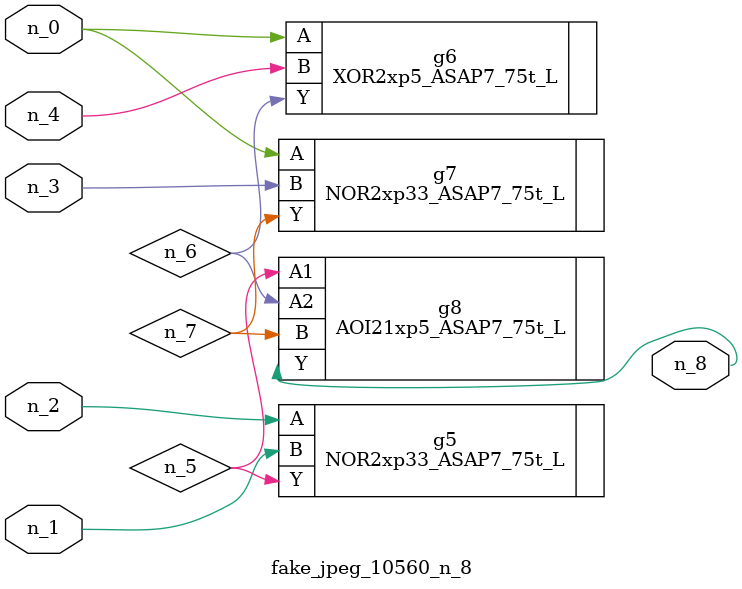
<source format=v>
module fake_jpeg_10560_n_8 (n_3, n_2, n_1, n_0, n_4, n_8);

input n_3;
input n_2;
input n_1;
input n_0;
input n_4;

output n_8;

wire n_6;
wire n_5;
wire n_7;

NOR2xp33_ASAP7_75t_L g5 ( 
.A(n_2),
.B(n_1),
.Y(n_5)
);

XOR2xp5_ASAP7_75t_L g6 ( 
.A(n_0),
.B(n_4),
.Y(n_6)
);

NOR2xp33_ASAP7_75t_L g7 ( 
.A(n_0),
.B(n_3),
.Y(n_7)
);

AOI21xp5_ASAP7_75t_L g8 ( 
.A1(n_5),
.A2(n_6),
.B(n_7),
.Y(n_8)
);


endmodule
</source>
